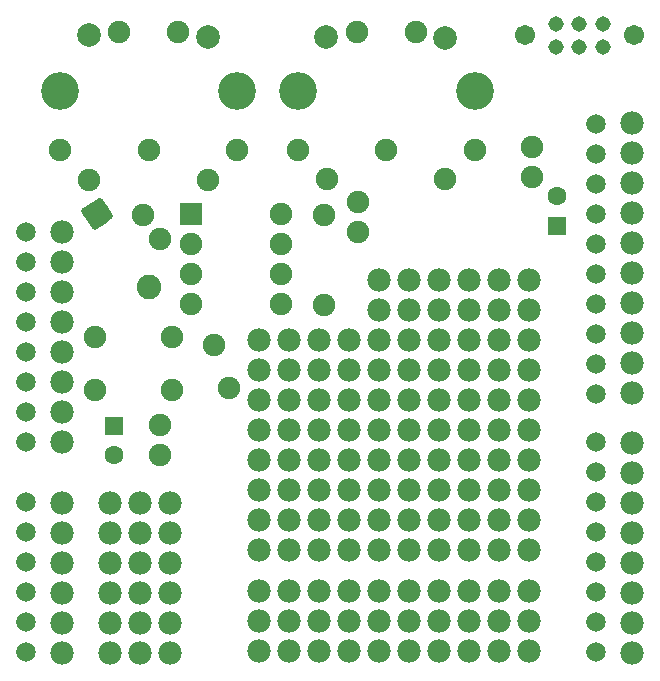
<source format=gtl>
G04 MADE WITH FRITZING*
G04 WWW.FRITZING.ORG*
G04 DOUBLE SIDED*
G04 HOLES PLATED*
G04 CONTOUR ON CENTER OF CONTOUR VECTOR*
%ASAXBY*%
%FSLAX23Y23*%
%MOIN*%
%OFA0B0*%
%SFA1.0B1.0*%
%ADD10C,0.078000*%
%ADD11C,0.075000*%
%ADD12C,0.065278*%
%ADD13C,0.062992*%
%ADD14C,0.051496*%
%ADD15C,0.067244*%
%ADD16C,0.082000*%
%ADD17C,0.078740*%
%ADD18C,0.126000*%
%ADD19R,0.062992X0.062992*%
%ADD20R,0.075000X0.075000*%
%ADD21C,0.020000*%
%LNCOPPER1*%
G90*
G70*
G54D10*
X1889Y155D03*
X1789Y155D03*
X1689Y155D03*
X1589Y155D03*
X1489Y155D03*
X1389Y155D03*
X1289Y155D03*
X1189Y155D03*
X1089Y155D03*
X989Y155D03*
X1889Y255D03*
X1789Y255D03*
X1689Y255D03*
X1589Y255D03*
X1489Y255D03*
X1389Y255D03*
X1289Y255D03*
X1189Y255D03*
X1089Y255D03*
X989Y255D03*
X1889Y355D03*
X1789Y355D03*
X1689Y355D03*
X1589Y355D03*
X1489Y355D03*
X1389Y355D03*
X1289Y355D03*
X1189Y355D03*
X1089Y355D03*
X989Y355D03*
X989Y1194D03*
X989Y1094D03*
X989Y994D03*
X989Y894D03*
X989Y794D03*
X989Y694D03*
X989Y594D03*
X989Y494D03*
X1189Y1194D03*
X1189Y1094D03*
X1189Y994D03*
X1189Y894D03*
X1189Y794D03*
X1189Y694D03*
X1189Y594D03*
X1189Y494D03*
X1089Y1194D03*
X1089Y1094D03*
X1089Y994D03*
X1089Y894D03*
X1089Y794D03*
X1089Y694D03*
X1089Y594D03*
X1089Y494D03*
X1289Y1194D03*
X1289Y1094D03*
X1289Y994D03*
X1289Y894D03*
X1289Y794D03*
X1289Y694D03*
X1289Y594D03*
X1289Y494D03*
X693Y649D03*
X693Y549D03*
X693Y449D03*
X693Y349D03*
X693Y249D03*
X693Y149D03*
X593Y649D03*
X593Y549D03*
X593Y449D03*
X593Y349D03*
X593Y249D03*
X593Y149D03*
X1789Y1394D03*
X1789Y1294D03*
X1789Y1194D03*
X1789Y1094D03*
X1789Y994D03*
X1789Y894D03*
X1789Y794D03*
X1789Y694D03*
X1789Y594D03*
X1789Y494D03*
X1889Y1394D03*
X1889Y1294D03*
X1889Y1194D03*
X1889Y1094D03*
X1889Y994D03*
X1889Y894D03*
X1889Y794D03*
X1889Y694D03*
X1889Y594D03*
X1889Y494D03*
X1389Y1394D03*
X1389Y1294D03*
X1389Y1194D03*
X1389Y1094D03*
X1389Y994D03*
X1389Y894D03*
X1389Y794D03*
X1389Y694D03*
X1389Y594D03*
X1389Y494D03*
X1489Y1394D03*
X1489Y1294D03*
X1489Y1194D03*
X1489Y1094D03*
X1489Y994D03*
X1489Y894D03*
X1489Y794D03*
X1489Y694D03*
X1489Y594D03*
X1489Y494D03*
X1689Y1394D03*
X1689Y1294D03*
X1689Y1194D03*
X1689Y1094D03*
X1689Y994D03*
X1689Y894D03*
X1689Y794D03*
X1689Y694D03*
X1689Y594D03*
X1689Y494D03*
X1589Y1394D03*
X1589Y1294D03*
X1589Y1194D03*
X1589Y1094D03*
X1589Y994D03*
X1589Y894D03*
X1589Y794D03*
X1589Y694D03*
X1589Y594D03*
X1589Y494D03*
G54D11*
X839Y1175D03*
X891Y1031D03*
G54D10*
X493Y149D03*
X493Y249D03*
X493Y349D03*
X493Y449D03*
X493Y549D03*
X493Y649D03*
G54D12*
X212Y551D03*
X212Y451D03*
X212Y351D03*
X212Y251D03*
X212Y151D03*
X2112Y1011D03*
X2112Y1111D03*
X2112Y1211D03*
X2112Y1311D03*
X2112Y1411D03*
X2112Y1511D03*
X2112Y1611D03*
X2112Y1711D03*
X2112Y1811D03*
X2112Y1911D03*
X2112Y151D03*
X2112Y251D03*
X2112Y351D03*
X2112Y451D03*
X2112Y551D03*
X2112Y651D03*
X2112Y751D03*
X2112Y851D03*
X212Y1451D03*
X212Y1551D03*
X212Y1351D03*
X212Y1251D03*
X212Y1151D03*
X212Y1051D03*
X212Y951D03*
X212Y851D03*
X212Y651D03*
G54D13*
X1985Y1573D03*
X1985Y1671D03*
X508Y906D03*
X508Y808D03*
G54D11*
X445Y1203D03*
X701Y1203D03*
X445Y1026D03*
X701Y1026D03*
G54D14*
X1979Y2247D03*
X1979Y2168D03*
X2058Y2247D03*
X2058Y2168D03*
X2137Y2247D03*
X2137Y2168D03*
G54D15*
X2239Y2208D03*
X1877Y2208D03*
G54D14*
X1979Y2247D03*
X1979Y2168D03*
X2058Y2247D03*
X2058Y2168D03*
X2137Y2247D03*
X2137Y2168D03*
G54D15*
X2239Y2208D03*
X1877Y2208D03*
G54D11*
X1208Y1610D03*
X1208Y1310D03*
G54D16*
X452Y1612D03*
X622Y1368D03*
G54D17*
X1611Y2200D03*
X819Y2204D03*
X1214Y2204D03*
X422Y2208D03*
G54D10*
X333Y150D03*
X333Y250D03*
X333Y350D03*
X333Y450D03*
X333Y550D03*
X333Y650D03*
X2235Y1015D03*
X2235Y1115D03*
X2235Y1215D03*
X2235Y1315D03*
X2235Y1415D03*
X2235Y1515D03*
X2235Y1615D03*
X2235Y1715D03*
X2235Y1815D03*
X2235Y1915D03*
X2235Y149D03*
X2235Y249D03*
X2235Y349D03*
X2235Y449D03*
X2235Y549D03*
X2235Y649D03*
X2235Y749D03*
X2235Y849D03*
X334Y853D03*
X334Y953D03*
X334Y1053D03*
X334Y1153D03*
X334Y1253D03*
X334Y1353D03*
X334Y1453D03*
X334Y1553D03*
G54D11*
X918Y1826D03*
X819Y1727D03*
X622Y1826D03*
X425Y1727D03*
X327Y1826D03*
X721Y2219D03*
G54D18*
X327Y2023D03*
X918Y2023D03*
G54D11*
X524Y2219D03*
X1710Y1826D03*
X1611Y1728D03*
X1414Y1826D03*
X1217Y1728D03*
X1119Y1826D03*
X1513Y2220D03*
G54D18*
X1119Y2023D03*
X1710Y2023D03*
G54D11*
X1316Y2220D03*
X765Y1612D03*
X1065Y1612D03*
X765Y1512D03*
X1065Y1512D03*
X765Y1412D03*
X1065Y1412D03*
X765Y1312D03*
X1065Y1312D03*
X603Y1610D03*
X660Y1528D03*
X659Y909D03*
X659Y809D03*
X1899Y1836D03*
X1899Y1736D03*
X1320Y1651D03*
X1320Y1551D03*
G54D19*
X1985Y1573D03*
X507Y906D03*
G54D20*
X765Y1612D03*
G54D21*
X494Y1605D02*
X444Y1570D01*
X408Y1621D01*
X459Y1656D01*
X494Y1605D01*
D02*
G04 End of Copper1*
M02*
</source>
